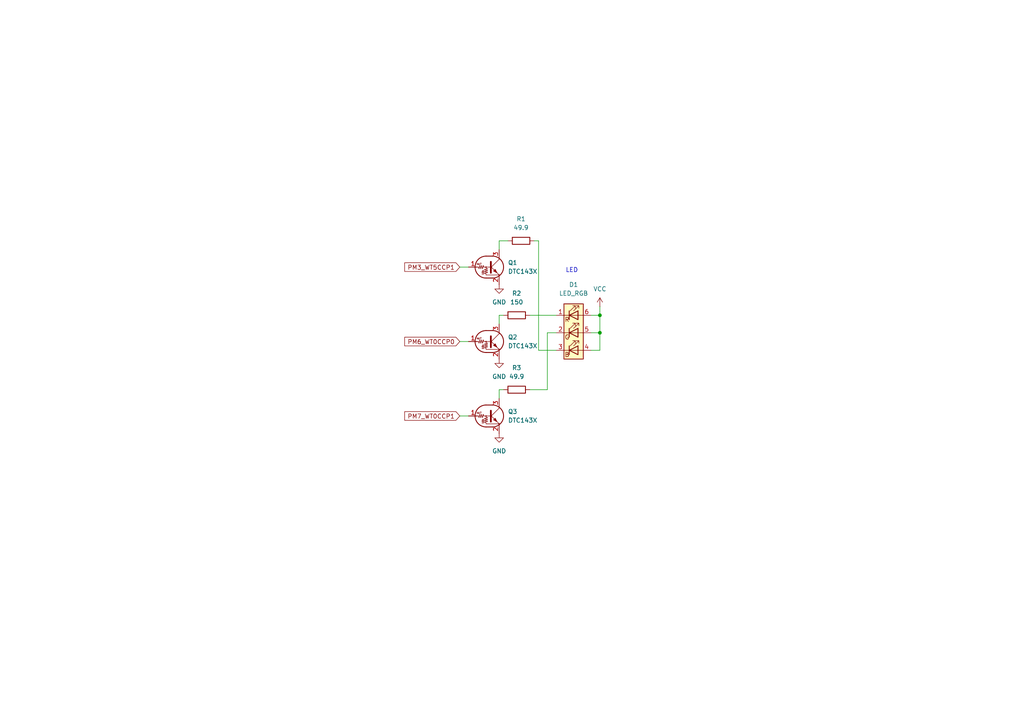
<source format=kicad_sch>
(kicad_sch (version 20250114) (generator "eeschema") (generator_version "9.0")
  (paper "A4")
  (lib_symbols
    (symbol "Device:LED_RGB" (pin_names (offset 0) (hide yes))
      (property "Reference" "D" (at 0 9.398 0))
      (property "Value" "LED_RGB" (at 0 -8.89 0))
      (symbol "LED_RGB_0_0"
        (text "R" (at -1.905 3.81 0) (effects (font (size 1.27 1.27))))
        (text "G" (at -1.905 -1.27 0) (effects (font (size 1.27 1.27))))
        (text "B" (at -1.905 -6.35 0) (effects (font (size 1.27 1.27))))
      )
      (symbol "LED_RGB_0_1"
        (polyline (pts (xy -1.27 6.35) (xy -1.27 3.81)) (stroke (width 0.254)))
        (polyline (pts (xy -1.27 6.35) (xy -1.27 3.81) (xy -1.27 3.81)))
        (polyline (pts (xy -1.27 5.08) (xy -2.54 5.08)))
        (polyline (pts (xy -1.27 5.08) (xy 1.27 5.08)))
        (polyline (pts (xy -1.27 1.27) (xy -1.27 -1.27)) (stroke (width 0.254)))
        (polyline (pts (xy -1.27 1.27) (xy -1.27 -1.27) (xy -1.27 -1.27)))
        (polyline (pts (xy -1.27 0) (xy -2.54 0)))
        (polyline (pts (xy -1.27 -3.81) (xy -1.27 -6.35)) (stroke (width 0.254)))
        (polyline (pts (xy -1.27 -5.08) (xy -2.54 -5.08)))
        (polyline (pts (xy -1.27 -5.08) (xy 1.27 -5.08)))
        (polyline (pts (xy -1.016 6.35) (xy 0.508 7.874) (xy -0.254 7.874) (xy 0.508 7.874) (xy 0.508 7.112)))
        (polyline (pts (xy -1.016 1.27) (xy 0.508 2.794) (xy -0.254 2.794) (xy 0.508 2.794) (xy 0.508 2.032)))
        (polyline (pts (xy -1.016 -3.81) (xy 0.508 -2.286) (xy -0.254 -2.286) (xy 0.508 -2.286) (xy 0.508 -3.048)))
        (polyline (pts (xy 0 6.35) (xy 1.524 7.874) (xy 0.762 7.874) (xy 1.524 7.874) (xy 1.524 7.112)))
        (polyline (pts (xy 0 1.27) (xy 1.524 2.794) (xy 0.762 2.794) (xy 1.524 2.794) (xy 1.524 2.032)))
        (polyline (pts (xy 0 -3.81) (xy 1.524 -2.286) (xy 0.762 -2.286) (xy 1.524 -2.286) (xy 1.524 -3.048)))
        (polyline (pts (xy 1.27 6.35) (xy 1.27 3.81) (xy -1.27 5.08) (xy 1.27 6.35)) (stroke (width 0.254)))
        (rectangle (start 1.27 6.35) (end 1.27 6.35))
        (polyline (pts (xy 1.27 5.08) (xy 2.54 5.08)))
        (rectangle (start 1.27 3.81) (end 1.27 6.35))
        (polyline (pts (xy 1.27 1.27) (xy 1.27 -1.27) (xy -1.27 0) (xy 1.27 1.27)) (stroke (width 0.254)))
        (rectangle (start 1.27 1.27) (end 1.27 1.27))
        (polyline (pts (xy 1.27 0) (xy -1.27 0)))
        (polyline (pts (xy 1.27 0) (xy 2.54 0)))
        (rectangle (start 1.27 -1.27) (end 1.27 1.27))
        (polyline (pts (xy 1.27 -3.81) (xy 1.27 -6.35) (xy -1.27 -5.08) (xy 1.27 -3.81)) (stroke (width 0.254)))
        (polyline (pts (xy 1.27 -5.08) (xy 2.54 -5.08)))
        (rectangle (start 2.794 8.382) (end -2.794 -7.62) (stroke (width 0.254)) (fill (type background)))
      )
      (symbol "LED_RGB_1_1"
        (pin passive line (at -5.08 5.08 0) (length 2.54) (name "RK") (number "1"))
        (pin passive line (at -5.08 0 0) (length 2.54) (name "GK") (number "2"))
        (pin passive line (at -5.08 -5.08 0) (length 2.54) (name "BK") (number "3"))
        (pin passive line (at 5.08 5.08 180) (length 2.54) (name "RA") (number "6"))
        (pin passive line (at 5.08 0 180) (length 2.54) (name "GA") (number "5"))
        (pin passive line (at 5.08 -5.08 180) (length 2.54) (name "BA") (number "4"))
      )
    )
    (symbol "Device:R" (pin_numbers (hide yes)) (pin_names (offset 0))
      (property "Reference" "R" (at 2.032 0 90))
      (property "Value" "R" (at 0 0 90))
      (symbol "R_0_1"
        (rectangle (start -1.016 -2.54) (end 1.016 2.54) (stroke (width 0.254)))
      )
      (symbol "R_1_1"
        (pin passive line (at 0 3.81 270) (length 1.27) (name "~") (number "1"))
        (pin passive line (at 0 -3.81 90) (length 1.27) (name "~") (number "2"))
      )
    )
    (symbol "Transistor_BJT:DTC143X" (pin_names (offset 0) (hide yes))
      (property "Reference" "Q" (at 5.08 1.905 0))
      (property "Value" "DTC143X" (at 5.08 0 0))
      (symbol "DTC143X_0_0"
        (text "4k7" (at -3.302 0.889 0) (effects (font (size 0.508 0.508))))
        (text "10k" (at -2.159 -1.524 900) (effects (font (size 0.508 0.508))))
      )
      (symbol "DTC143X_0_1"
        (polyline (pts (xy -3.429 0) (xy -3.81 0)))
        (polyline (pts (xy -1.27 3.175) (xy 0.635 3.175)) (stroke (width 0.254)))
        (circle (center -1.27 0) (radius 0.127))
        (polyline (pts (xy -1.27 0) (xy -1.27 -0.381) (xy -0.762 -0.508) (xy -1.778 -0.762) (xy -0.762 -1.016) (xy -1.778 -1.27) (xy -0.762 -1.524) (xy -1.778 -1.778) (xy -1.27 -1.905) (xy -1.27 -2.286) (xy 2.54 -2.286)))
        (polyline (pts (xy -1.27 -3.175) (xy 0.635 -3.175)) (stroke (width 0.254)))
        (arc (start -1.27 -3.175) (mid -4.4312 0) (end -1.27 3.175) (stroke (width 0.254)))
        (polyline (pts (xy 0 0) (xy -1.905 0) (xy -2.032 0.508) (xy -2.286 -0.508) (xy -2.54 0.508) (xy -2.794 -0.508) (xy -3.048 0.508) (xy -3.302 -0.508) (xy -3.429 0)))
        (polyline (pts (xy 0 -0.254) (xy 2.54 2.286)))
        (polyline (pts (xy 0.127 1.524) (xy 0.127 -1.651)) (stroke (width 0.508)) (fill (type outline)))
        (arc (start 0.635 3.175) (mid 3.7962 0) (end 0.635 -3.175) (stroke (width 0.254)))
        (polyline (pts (xy 0.889 -1.143) (xy 1.397 -0.635) (xy 1.905 -1.651) (xy 0.889 -1.143)) (fill (type outline)))
        (polyline (pts (xy 2.54 2.286) (xy 2.54 2.54)))
        (polyline (pts (xy 2.54 -2.286) (xy 0 0.254) (xy 0 0.254)))
        (circle (center 2.54 -2.286) (radius 0.127))
      )
      (symbol "DTC143X_1_1"
        (pin input line (at -6.35 0 0) (length 2.54) (name "B") (number "1"))
        (pin passive line (at 2.54 5.08 270) (length 2.54) (name "C") (number "3"))
        (pin passive line (at 2.54 -5.08 90) (length 2.54) (name "E") (number "2"))
      )
    )
    (symbol "power:GND" (power) (pin_numbers (hide yes)) (pin_names (offset 0) (hide yes))
      (property "Value" "GND" (at 0 -3.81 0))
      (symbol "GND_0_1"
        (polyline (pts (xy 0 0) (xy 0 -1.27) (xy 1.27 -1.27) (xy 0 -2.54) (xy -1.27 -1.27) (xy 0 -1.27)))
      )
      (symbol "GND_1_1"
        (pin power_in line (at 0 0 270) (length 0) (name "~") (number "1"))
      )
    )
    (symbol "power:VCC" (power) (pin_numbers (hide yes)) (pin_names (offset 0) (hide yes))
      (property "Value" "VCC" (at 0 3.556 0))
      (symbol "VCC_0_1"
        (polyline (pts (xy -0.762 1.27) (xy 0 2.54)))
        (polyline (pts (xy 0 2.54) (xy 0.762 1.27)))
        (polyline (pts (xy 0 0) (xy 0 2.54)))
      )
      (symbol "VCC_1_1"
        (pin power_in line (at 0 0 90) (length 0) (name "~") (number "1"))
      )
    )
  )
  (text "LED" (at 165.862 78.486 0) (effects (font (size 1.27 1.27))))
  (junction (at 173.99 91.44))
  (junction (at 173.99 96.52))
  (wire (pts (xy 171.45 101.6) (xy 173.99 101.6)))
  (wire (pts (xy 158.75 96.52) (xy 158.75 113.03)))
  (wire (pts (xy 173.99 91.44) (xy 173.99 96.52)))
  (wire (pts (xy 173.99 96.52) (xy 171.45 96.52)))
  (wire (pts (xy 173.99 88.9) (xy 173.99 91.44)))
  (wire (pts (xy 144.78 113.03) (xy 146.05 113.03)))
  (wire (pts (xy 153.67 113.03) (xy 158.75 113.03)))
  (wire (pts (xy 133.35 99.06) (xy 135.89 99.06)))
  (wire (pts (xy 144.78 91.44) (xy 146.05 91.44)))
  (wire (pts (xy 161.29 101.6) (xy 156.21 101.6)))
  (wire (pts (xy 144.78 93.98) (xy 144.78 91.44)))
  (wire (pts (xy 153.67 91.44) (xy 161.29 91.44)))
  (wire (pts (xy 173.99 101.6) (xy 173.99 96.52)))
  (wire (pts (xy 158.75 96.52) (xy 161.29 96.52)))
  (wire (pts (xy 171.45 91.44) (xy 173.99 91.44)))
  (wire (pts (xy 133.35 120.65) (xy 135.89 120.65)))
  (wire (pts (xy 133.35 77.47) (xy 135.89 77.47)))
  (wire (pts (xy 156.21 101.6) (xy 156.21 69.85)))
  (wire (pts (xy 144.78 72.39) (xy 144.78 69.85)))
  (wire (pts (xy 154.94 69.85) (xy 156.21 69.85)))
  (wire (pts (xy 144.78 113.03) (xy 144.78 115.57)))
  (wire (pts (xy 144.78 69.85) (xy 147.32 69.85)))
  (global_label "PM3_WT5CCP1" (shape input) (at 133.35 77.47 180) (property "Intersheetrefs" "${INTERSHEET_REFS}" (effects (hide yes))))
  (global_label "PM7_WT0CCP1" (shape input) (at 133.35 120.65 180) (property "Intersheetrefs" "${INTERSHEET_REFS}" (effects (hide yes))))
  (global_label "PM6_WT0CCP0" (shape input) (at 133.35 99.06 180) (property "Intersheetrefs" "${INTERSHEET_REFS}" (effects (hide yes))))
  (symbol (lib_id "Transistor_BJT:DTC143X") (at 142.24 120.65 0) (unit 1)
    (property "Reference" "Q3" (at 147.32 119.3799 0) (effects (justify left)))
    (property "Value" "DTC143X" (at 147.32 121.9199 0) (effects (justify left)))
    (property "Description" "Digital NPN Transistor, 4k7/10k, SOT-23" (effects (hide yes)))
  )
  (symbol (lib_id "Transistor_BJT:DTC143X") (at 142.24 77.47 0) (unit 1)
    (property "Reference" "Q1" (at 147.32 76.1999 0) (effects (justify left)))
    (property "Value" "DTC143X" (at 147.32 78.7399 0) (effects (justify left)))
    (property "Description" "Digital NPN Transistor, 4k7/10k, SOT-23" (effects (hide yes)))
  )
  (symbol (lib_id "Device:R") (at 149.86 113.03 90) (unit 1)
    (property "Reference" "R3" (at 149.86 106.68 90))
    (property "Value" "49.9" (at 149.86 109.22 90))
    (property "Description" "Resistor" (effects (hide yes)))
  )
  (symbol (lib_id "power:GND") (at 144.78 125.73 0) (unit 1)
    (property "Reference" "#PWR0162" (effects (hide yes)))
    (property "Value" "GND" (at 144.78 130.81 0))
    (property "Description" "Power symbol creates a global label with name \"GND\" , ground" (effects (hide yes)))
  )
  (symbol (lib_id "power:GND") (at 144.78 104.14 0) (unit 1)
    (property "Reference" "#PWR0160" (effects (hide yes)))
    (property "Value" "GND" (at 144.78 109.22 0))
    (property "Description" "Power symbol creates a global label with name \"GND\" , ground" (effects (hide yes)))
  )
  (symbol (lib_id "Transistor_BJT:DTC143X") (at 142.24 99.06 0) (unit 1)
    (property "Reference" "Q2" (at 147.32 97.7899 0) (effects (justify left)))
    (property "Value" "DTC143X" (at 147.32 100.3299 0) (effects (justify left)))
    (property "Description" "Digital NPN Transistor, 4k7/10k, SOT-23" (effects (hide yes)))
  )
  (symbol (lib_id "Device:R") (at 149.86 91.44 90) (unit 1)
    (property "Reference" "R2" (at 149.86 85.09 90))
    (property "Value" "150" (at 149.86 87.63 90))
    (property "Description" "Resistor" (effects (hide yes)))
  )
  (symbol (lib_id "power:VCC") (at 173.99 88.9 0) (unit 1)
    (property "Reference" "#PWR0161" (effects (hide yes)))
    (property "Value" "VCC" (at 173.99 83.82 0))
    (property "Description" "Power symbol creates a global label with name \"VCC\"" (effects (hide yes)))
  )
  (symbol (lib_id "power:GND") (at 144.78 82.55 0) (unit 1)
    (property "Reference" "#PWR0159" (effects (hide yes)))
    (property "Value" "GND" (at 144.78 87.63 0))
    (property "Description" "Power symbol creates a global label with name \"GND\" , ground" (effects (hide yes)))
  )
  (symbol (lib_id "Device:R") (at 151.13 69.85 90) (unit 1)
    (property "Reference" "R1" (at 151.13 63.5 90))
    (property "Value" "49.9" (at 151.13 66.04 90))
    (property "Description" "Resistor" (effects (hide yes)))
  )
  (symbol (lib_id "Device:LED_RGB") (at 166.37 96.52 0) (unit 1)
    (property "Reference" "D1" (at 166.37 82.55 0))
    (property "Value" "LED_RGB" (at 166.37 85.09 0))
    (property "Description" "RGB LED, 6 pin package" (effects (hide yes)))
  )
)
</source>
